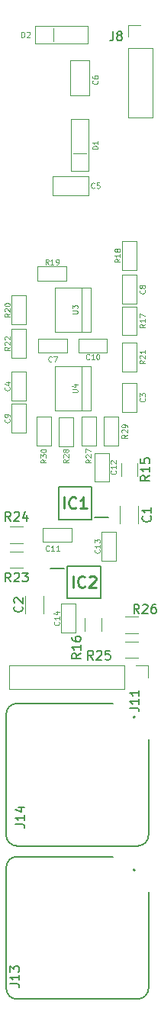
<source format=gbr>
G04 #@! TF.GenerationSoftware,KiCad,Pcbnew,(6.0.0)*
G04 #@! TF.CreationDate,2022-01-30T14:59:27+09:00*
G04 #@! TF.ProjectId,exits,65786974-732e-46b6-9963-61645f706362,2.1*
G04 #@! TF.SameCoordinates,Original*
G04 #@! TF.FileFunction,Legend,Top*
G04 #@! TF.FilePolarity,Positive*
%FSLAX46Y46*%
G04 Gerber Fmt 4.6, Leading zero omitted, Abs format (unit mm)*
G04 Created by KiCad (PCBNEW (6.0.0)) date 2022-01-30 14:59:27*
%MOMM*%
%LPD*%
G01*
G04 APERTURE LIST*
%ADD10C,0.150000*%
%ADD11C,0.100000*%
%ADD12C,0.254000*%
%ADD13C,0.120000*%
%ADD14C,0.127000*%
%ADD15C,0.200000*%
G04 APERTURE END LIST*
D10*
X140107142Y-95416666D02*
X140154761Y-95464285D01*
X140202380Y-95607142D01*
X140202380Y-95702380D01*
X140154761Y-95845238D01*
X140059523Y-95940476D01*
X139964285Y-95988095D01*
X139773809Y-96035714D01*
X139630952Y-96035714D01*
X139440476Y-95988095D01*
X139345238Y-95940476D01*
X139250000Y-95845238D01*
X139202380Y-95702380D01*
X139202380Y-95607142D01*
X139250000Y-95464285D01*
X139297619Y-95416666D01*
X140202380Y-94464285D02*
X140202380Y-95035714D01*
X140202380Y-94750000D02*
X139202380Y-94750000D01*
X139345238Y-94845238D01*
X139440476Y-94940476D01*
X139488095Y-95035714D01*
D11*
X124464285Y-81100000D02*
X124492857Y-81128571D01*
X124521428Y-81214285D01*
X124521428Y-81271428D01*
X124492857Y-81357142D01*
X124435714Y-81414285D01*
X124378571Y-81442857D01*
X124264285Y-81471428D01*
X124178571Y-81471428D01*
X124064285Y-81442857D01*
X124007142Y-81414285D01*
X123950000Y-81357142D01*
X123921428Y-81271428D01*
X123921428Y-81214285D01*
X123950000Y-81128571D01*
X123978571Y-81100000D01*
X124121428Y-80585714D02*
X124521428Y-80585714D01*
X123892857Y-80728571D02*
X124321428Y-80871428D01*
X124321428Y-80500000D01*
D10*
X125857142Y-105416666D02*
X125904761Y-105464285D01*
X125952380Y-105607142D01*
X125952380Y-105702380D01*
X125904761Y-105845238D01*
X125809523Y-105940476D01*
X125714285Y-105988095D01*
X125523809Y-106035714D01*
X125380952Y-106035714D01*
X125190476Y-105988095D01*
X125095238Y-105940476D01*
X125000000Y-105845238D01*
X124952380Y-105702380D01*
X124952380Y-105607142D01*
X125000000Y-105464285D01*
X125047619Y-105416666D01*
X125047619Y-105035714D02*
X125000000Y-104988095D01*
X124952380Y-104892857D01*
X124952380Y-104654761D01*
X125000000Y-104559523D01*
X125047619Y-104511904D01*
X125142857Y-104464285D01*
X125238095Y-104464285D01*
X125380952Y-104511904D01*
X125952380Y-105083333D01*
X125952380Y-104464285D01*
D11*
X133900000Y-58964285D02*
X133871428Y-58992857D01*
X133785714Y-59021428D01*
X133728571Y-59021428D01*
X133642857Y-58992857D01*
X133585714Y-58935714D01*
X133557142Y-58878571D01*
X133528571Y-58764285D01*
X133528571Y-58678571D01*
X133557142Y-58564285D01*
X133585714Y-58507142D01*
X133642857Y-58450000D01*
X133728571Y-58421428D01*
X133785714Y-58421428D01*
X133871428Y-58450000D01*
X133900000Y-58478571D01*
X134442857Y-58421428D02*
X134157142Y-58421428D01*
X134128571Y-58707142D01*
X134157142Y-58678571D01*
X134214285Y-58650000D01*
X134357142Y-58650000D01*
X134414285Y-58678571D01*
X134442857Y-58707142D01*
X134471428Y-58764285D01*
X134471428Y-58907142D01*
X134442857Y-58964285D01*
X134414285Y-58992857D01*
X134357142Y-59021428D01*
X134214285Y-59021428D01*
X134157142Y-58992857D01*
X134128571Y-58964285D01*
X139464285Y-82350000D02*
X139492857Y-82378571D01*
X139521428Y-82464285D01*
X139521428Y-82521428D01*
X139492857Y-82607142D01*
X139435714Y-82664285D01*
X139378571Y-82692857D01*
X139264285Y-82721428D01*
X139178571Y-82721428D01*
X139064285Y-82692857D01*
X139007142Y-82664285D01*
X138950000Y-82607142D01*
X138921428Y-82521428D01*
X138921428Y-82464285D01*
X138950000Y-82378571D01*
X138978571Y-82350000D01*
X138921428Y-82150000D02*
X138921428Y-81778571D01*
X139150000Y-81978571D01*
X139150000Y-81892857D01*
X139178571Y-81835714D01*
X139207142Y-81807142D01*
X139264285Y-81778571D01*
X139407142Y-81778571D01*
X139464285Y-81807142D01*
X139492857Y-81835714D01*
X139521428Y-81892857D01*
X139521428Y-82064285D01*
X139492857Y-82121428D01*
X139464285Y-82150000D01*
X128814285Y-67501428D02*
X128614285Y-67215714D01*
X128471428Y-67501428D02*
X128471428Y-66901428D01*
X128700000Y-66901428D01*
X128757142Y-66930000D01*
X128785714Y-66958571D01*
X128814285Y-67015714D01*
X128814285Y-67101428D01*
X128785714Y-67158571D01*
X128757142Y-67187142D01*
X128700000Y-67215714D01*
X128471428Y-67215714D01*
X129385714Y-67501428D02*
X129042857Y-67501428D01*
X129214285Y-67501428D02*
X129214285Y-66901428D01*
X129157142Y-66987142D01*
X129100000Y-67044285D01*
X129042857Y-67072857D01*
X129671428Y-67501428D02*
X129785714Y-67501428D01*
X129842857Y-67472857D01*
X129871428Y-67444285D01*
X129928571Y-67358571D01*
X129957142Y-67244285D01*
X129957142Y-67015714D01*
X129928571Y-66958571D01*
X129900000Y-66930000D01*
X129842857Y-66901428D01*
X129728571Y-66901428D01*
X129671428Y-66930000D01*
X129642857Y-66958571D01*
X129614285Y-67015714D01*
X129614285Y-67158571D01*
X129642857Y-67215714D01*
X129671428Y-67244285D01*
X129728571Y-67272857D01*
X129842857Y-67272857D01*
X129900000Y-67244285D01*
X129928571Y-67215714D01*
X129957142Y-67158571D01*
X134214285Y-47100000D02*
X134242857Y-47128571D01*
X134271428Y-47214285D01*
X134271428Y-47271428D01*
X134242857Y-47357142D01*
X134185714Y-47414285D01*
X134128571Y-47442857D01*
X134014285Y-47471428D01*
X133928571Y-47471428D01*
X133814285Y-47442857D01*
X133757142Y-47414285D01*
X133700000Y-47357142D01*
X133671428Y-47271428D01*
X133671428Y-47214285D01*
X133700000Y-47128571D01*
X133728571Y-47100000D01*
X133671428Y-46585714D02*
X133671428Y-46700000D01*
X133700000Y-46757142D01*
X133728571Y-46785714D01*
X133814285Y-46842857D01*
X133928571Y-46871428D01*
X134157142Y-46871428D01*
X134214285Y-46842857D01*
X134242857Y-46814285D01*
X134271428Y-46757142D01*
X134271428Y-46642857D01*
X134242857Y-46585714D01*
X134214285Y-46557142D01*
X134157142Y-46528571D01*
X134014285Y-46528571D01*
X133957142Y-46557142D01*
X133928571Y-46585714D01*
X133900000Y-46642857D01*
X133900000Y-46757142D01*
X133928571Y-46814285D01*
X133957142Y-46842857D01*
X134014285Y-46871428D01*
X124521428Y-72935714D02*
X124235714Y-73135714D01*
X124521428Y-73278571D02*
X123921428Y-73278571D01*
X123921428Y-73050000D01*
X123950000Y-72992857D01*
X123978571Y-72964285D01*
X124035714Y-72935714D01*
X124121428Y-72935714D01*
X124178571Y-72964285D01*
X124207142Y-72992857D01*
X124235714Y-73050000D01*
X124235714Y-73278571D01*
X123978571Y-72707142D02*
X123950000Y-72678571D01*
X123921428Y-72621428D01*
X123921428Y-72478571D01*
X123950000Y-72421428D01*
X123978571Y-72392857D01*
X124035714Y-72364285D01*
X124092857Y-72364285D01*
X124178571Y-72392857D01*
X124521428Y-72735714D01*
X124521428Y-72364285D01*
X123921428Y-71992857D02*
X123921428Y-71935714D01*
X123950000Y-71878571D01*
X123978571Y-71850000D01*
X124035714Y-71821428D01*
X124150000Y-71792857D01*
X124292857Y-71792857D01*
X124407142Y-71821428D01*
X124464285Y-71850000D01*
X124492857Y-71878571D01*
X124521428Y-71935714D01*
X124521428Y-71992857D01*
X124492857Y-72050000D01*
X124464285Y-72078571D01*
X124407142Y-72107142D01*
X124292857Y-72135714D01*
X124150000Y-72135714D01*
X124035714Y-72107142D01*
X123978571Y-72078571D01*
X123950000Y-72050000D01*
X123921428Y-71992857D01*
X124464285Y-84650000D02*
X124492857Y-84678571D01*
X124521428Y-84764285D01*
X124521428Y-84821428D01*
X124492857Y-84907142D01*
X124435714Y-84964285D01*
X124378571Y-84992857D01*
X124264285Y-85021428D01*
X124178571Y-85021428D01*
X124064285Y-84992857D01*
X124007142Y-84964285D01*
X123950000Y-84907142D01*
X123921428Y-84821428D01*
X123921428Y-84764285D01*
X123950000Y-84678571D01*
X123978571Y-84650000D01*
X124521428Y-84364285D02*
X124521428Y-84250000D01*
X124492857Y-84192857D01*
X124464285Y-84164285D01*
X124378571Y-84107142D01*
X124264285Y-84078571D01*
X124035714Y-84078571D01*
X123978571Y-84107142D01*
X123950000Y-84135714D01*
X123921428Y-84192857D01*
X123921428Y-84307142D01*
X123950000Y-84364285D01*
X123978571Y-84392857D01*
X124035714Y-84421428D01*
X124178571Y-84421428D01*
X124235714Y-84392857D01*
X124264285Y-84364285D01*
X124292857Y-84307142D01*
X124292857Y-84192857D01*
X124264285Y-84135714D01*
X124235714Y-84107142D01*
X124178571Y-84078571D01*
D10*
X132382380Y-110642857D02*
X131906190Y-110976190D01*
X132382380Y-111214285D02*
X131382380Y-111214285D01*
X131382380Y-110833333D01*
X131430000Y-110738095D01*
X131477619Y-110690476D01*
X131572857Y-110642857D01*
X131715714Y-110642857D01*
X131810952Y-110690476D01*
X131858571Y-110738095D01*
X131906190Y-110833333D01*
X131906190Y-111214285D01*
X132382380Y-109690476D02*
X132382380Y-110261904D01*
X132382380Y-109976190D02*
X131382380Y-109976190D01*
X131525238Y-110071428D01*
X131620476Y-110166666D01*
X131668095Y-110261904D01*
X131382380Y-108833333D02*
X131382380Y-109023809D01*
X131430000Y-109119047D01*
X131477619Y-109166666D01*
X131620476Y-109261904D01*
X131810952Y-109309523D01*
X132191904Y-109309523D01*
X132287142Y-109261904D01*
X132334761Y-109214285D01*
X132382380Y-109119047D01*
X132382380Y-108928571D01*
X132334761Y-108833333D01*
X132287142Y-108785714D01*
X132191904Y-108738095D01*
X131953809Y-108738095D01*
X131858571Y-108785714D01*
X131810952Y-108833333D01*
X131763333Y-108928571D01*
X131763333Y-109119047D01*
X131810952Y-109214285D01*
X131858571Y-109261904D01*
X131953809Y-109309523D01*
D11*
X124521428Y-76635714D02*
X124235714Y-76835714D01*
X124521428Y-76978571D02*
X123921428Y-76978571D01*
X123921428Y-76750000D01*
X123950000Y-76692857D01*
X123978571Y-76664285D01*
X124035714Y-76635714D01*
X124121428Y-76635714D01*
X124178571Y-76664285D01*
X124207142Y-76692857D01*
X124235714Y-76750000D01*
X124235714Y-76978571D01*
X123978571Y-76407142D02*
X123950000Y-76378571D01*
X123921428Y-76321428D01*
X123921428Y-76178571D01*
X123950000Y-76121428D01*
X123978571Y-76092857D01*
X124035714Y-76064285D01*
X124092857Y-76064285D01*
X124178571Y-76092857D01*
X124521428Y-76435714D01*
X124521428Y-76064285D01*
X123978571Y-75835714D02*
X123950000Y-75807142D01*
X123921428Y-75750000D01*
X123921428Y-75607142D01*
X123950000Y-75550000D01*
X123978571Y-75521428D01*
X124035714Y-75492857D01*
X124092857Y-75492857D01*
X124178571Y-75521428D01*
X124521428Y-75864285D01*
X124521428Y-75492857D01*
X136751428Y-66885714D02*
X136465714Y-67085714D01*
X136751428Y-67228571D02*
X136151428Y-67228571D01*
X136151428Y-67000000D01*
X136180000Y-66942857D01*
X136208571Y-66914285D01*
X136265714Y-66885714D01*
X136351428Y-66885714D01*
X136408571Y-66914285D01*
X136437142Y-66942857D01*
X136465714Y-67000000D01*
X136465714Y-67228571D01*
X136751428Y-66314285D02*
X136751428Y-66657142D01*
X136751428Y-66485714D02*
X136151428Y-66485714D01*
X136237142Y-66542857D01*
X136294285Y-66600000D01*
X136322857Y-66657142D01*
X136408571Y-65971428D02*
X136380000Y-66028571D01*
X136351428Y-66057142D01*
X136294285Y-66085714D01*
X136265714Y-66085714D01*
X136208571Y-66057142D01*
X136180000Y-66028571D01*
X136151428Y-65971428D01*
X136151428Y-65857142D01*
X136180000Y-65800000D01*
X136208571Y-65771428D01*
X136265714Y-65742857D01*
X136294285Y-65742857D01*
X136351428Y-65771428D01*
X136380000Y-65800000D01*
X136408571Y-65857142D01*
X136408571Y-65971428D01*
X136437142Y-66028571D01*
X136465714Y-66057142D01*
X136522857Y-66085714D01*
X136637142Y-66085714D01*
X136694285Y-66057142D01*
X136722857Y-66028571D01*
X136751428Y-65971428D01*
X136751428Y-65857142D01*
X136722857Y-65800000D01*
X136694285Y-65771428D01*
X136637142Y-65742857D01*
X136522857Y-65742857D01*
X136465714Y-65771428D01*
X136437142Y-65800000D01*
X136408571Y-65857142D01*
D10*
X124607142Y-102702380D02*
X124273809Y-102226190D01*
X124035714Y-102702380D02*
X124035714Y-101702380D01*
X124416666Y-101702380D01*
X124511904Y-101750000D01*
X124559523Y-101797619D01*
X124607142Y-101892857D01*
X124607142Y-102035714D01*
X124559523Y-102130952D01*
X124511904Y-102178571D01*
X124416666Y-102226190D01*
X124035714Y-102226190D01*
X124988095Y-101797619D02*
X125035714Y-101750000D01*
X125130952Y-101702380D01*
X125369047Y-101702380D01*
X125464285Y-101750000D01*
X125511904Y-101797619D01*
X125559523Y-101892857D01*
X125559523Y-101988095D01*
X125511904Y-102130952D01*
X124940476Y-102702380D01*
X125559523Y-102702380D01*
X125892857Y-101702380D02*
X126511904Y-101702380D01*
X126178571Y-102083333D01*
X126321428Y-102083333D01*
X126416666Y-102130952D01*
X126464285Y-102178571D01*
X126511904Y-102273809D01*
X126511904Y-102511904D01*
X126464285Y-102607142D01*
X126416666Y-102654761D01*
X126321428Y-102702380D01*
X126035714Y-102702380D01*
X125940476Y-102654761D01*
X125892857Y-102607142D01*
X124607142Y-95952380D02*
X124273809Y-95476190D01*
X124035714Y-95952380D02*
X124035714Y-94952380D01*
X124416666Y-94952380D01*
X124511904Y-95000000D01*
X124559523Y-95047619D01*
X124607142Y-95142857D01*
X124607142Y-95285714D01*
X124559523Y-95380952D01*
X124511904Y-95428571D01*
X124416666Y-95476190D01*
X124035714Y-95476190D01*
X124988095Y-95047619D02*
X125035714Y-95000000D01*
X125130952Y-94952380D01*
X125369047Y-94952380D01*
X125464285Y-95000000D01*
X125511904Y-95047619D01*
X125559523Y-95142857D01*
X125559523Y-95238095D01*
X125511904Y-95380952D01*
X124940476Y-95952380D01*
X125559523Y-95952380D01*
X126416666Y-95285714D02*
X126416666Y-95952380D01*
X126178571Y-94904761D02*
X125940476Y-95619047D01*
X126559523Y-95619047D01*
X135966666Y-41652380D02*
X135966666Y-42366666D01*
X135919047Y-42509523D01*
X135823809Y-42604761D01*
X135680952Y-42652380D01*
X135585714Y-42652380D01*
X136585714Y-42080952D02*
X136490476Y-42033333D01*
X136442857Y-41985714D01*
X136395238Y-41890476D01*
X136395238Y-41842857D01*
X136442857Y-41747619D01*
X136490476Y-41700000D01*
X136585714Y-41652380D01*
X136776190Y-41652380D01*
X136871428Y-41700000D01*
X136919047Y-41747619D01*
X136966666Y-41842857D01*
X136966666Y-41890476D01*
X136919047Y-41985714D01*
X136871428Y-42033333D01*
X136776190Y-42080952D01*
X136585714Y-42080952D01*
X136490476Y-42128571D01*
X136442857Y-42176190D01*
X136395238Y-42271428D01*
X136395238Y-42461904D01*
X136442857Y-42557142D01*
X136490476Y-42604761D01*
X136585714Y-42652380D01*
X136776190Y-42652380D01*
X136871428Y-42604761D01*
X136919047Y-42557142D01*
X136966666Y-42461904D01*
X136966666Y-42271428D01*
X136919047Y-42176190D01*
X136871428Y-42128571D01*
X136776190Y-42080952D01*
D11*
X139521428Y-78135714D02*
X139235714Y-78335714D01*
X139521428Y-78478571D02*
X138921428Y-78478571D01*
X138921428Y-78250000D01*
X138950000Y-78192857D01*
X138978571Y-78164285D01*
X139035714Y-78135714D01*
X139121428Y-78135714D01*
X139178571Y-78164285D01*
X139207142Y-78192857D01*
X139235714Y-78250000D01*
X139235714Y-78478571D01*
X138978571Y-77907142D02*
X138950000Y-77878571D01*
X138921428Y-77821428D01*
X138921428Y-77678571D01*
X138950000Y-77621428D01*
X138978571Y-77592857D01*
X139035714Y-77564285D01*
X139092857Y-77564285D01*
X139178571Y-77592857D01*
X139521428Y-77935714D01*
X139521428Y-77564285D01*
X139521428Y-76992857D02*
X139521428Y-77335714D01*
X139521428Y-77164285D02*
X138921428Y-77164285D01*
X139007142Y-77221428D01*
X139064285Y-77278571D01*
X139092857Y-77335714D01*
D10*
X140022380Y-90892857D02*
X139546190Y-91226190D01*
X140022380Y-91464285D02*
X139022380Y-91464285D01*
X139022380Y-91083333D01*
X139070000Y-90988095D01*
X139117619Y-90940476D01*
X139212857Y-90892857D01*
X139355714Y-90892857D01*
X139450952Y-90940476D01*
X139498571Y-90988095D01*
X139546190Y-91083333D01*
X139546190Y-91464285D01*
X140022380Y-89940476D02*
X140022380Y-90511904D01*
X140022380Y-90226190D02*
X139022380Y-90226190D01*
X139165238Y-90321428D01*
X139260476Y-90416666D01*
X139308095Y-90511904D01*
X139022380Y-89035714D02*
X139022380Y-89511904D01*
X139498571Y-89559523D01*
X139450952Y-89511904D01*
X139403333Y-89416666D01*
X139403333Y-89178571D01*
X139450952Y-89083333D01*
X139498571Y-89035714D01*
X139593809Y-88988095D01*
X139831904Y-88988095D01*
X139927142Y-89035714D01*
X139974761Y-89083333D01*
X140022380Y-89178571D01*
X140022380Y-89416666D01*
X139974761Y-89511904D01*
X139927142Y-89559523D01*
X133757142Y-111352380D02*
X133423809Y-110876190D01*
X133185714Y-111352380D02*
X133185714Y-110352380D01*
X133566666Y-110352380D01*
X133661904Y-110400000D01*
X133709523Y-110447619D01*
X133757142Y-110542857D01*
X133757142Y-110685714D01*
X133709523Y-110780952D01*
X133661904Y-110828571D01*
X133566666Y-110876190D01*
X133185714Y-110876190D01*
X134138095Y-110447619D02*
X134185714Y-110400000D01*
X134280952Y-110352380D01*
X134519047Y-110352380D01*
X134614285Y-110400000D01*
X134661904Y-110447619D01*
X134709523Y-110542857D01*
X134709523Y-110638095D01*
X134661904Y-110780952D01*
X134090476Y-111352380D01*
X134709523Y-111352380D01*
X135614285Y-110352380D02*
X135138095Y-110352380D01*
X135090476Y-110828571D01*
X135138095Y-110780952D01*
X135233333Y-110733333D01*
X135471428Y-110733333D01*
X135566666Y-110780952D01*
X135614285Y-110828571D01*
X135661904Y-110923809D01*
X135661904Y-111161904D01*
X135614285Y-111257142D01*
X135566666Y-111304761D01*
X135471428Y-111352380D01*
X135233333Y-111352380D01*
X135138095Y-111304761D01*
X135090476Y-111257142D01*
X138857142Y-106202380D02*
X138523809Y-105726190D01*
X138285714Y-106202380D02*
X138285714Y-105202380D01*
X138666666Y-105202380D01*
X138761904Y-105250000D01*
X138809523Y-105297619D01*
X138857142Y-105392857D01*
X138857142Y-105535714D01*
X138809523Y-105630952D01*
X138761904Y-105678571D01*
X138666666Y-105726190D01*
X138285714Y-105726190D01*
X139238095Y-105297619D02*
X139285714Y-105250000D01*
X139380952Y-105202380D01*
X139619047Y-105202380D01*
X139714285Y-105250000D01*
X139761904Y-105297619D01*
X139809523Y-105392857D01*
X139809523Y-105488095D01*
X139761904Y-105630952D01*
X139190476Y-106202380D01*
X139809523Y-106202380D01*
X140666666Y-105202380D02*
X140476190Y-105202380D01*
X140380952Y-105250000D01*
X140333333Y-105297619D01*
X140238095Y-105440476D01*
X140190476Y-105630952D01*
X140190476Y-106011904D01*
X140238095Y-106107142D01*
X140285714Y-106154761D01*
X140380952Y-106202380D01*
X140571428Y-106202380D01*
X140666666Y-106154761D01*
X140714285Y-106107142D01*
X140761904Y-106011904D01*
X140761904Y-105773809D01*
X140714285Y-105678571D01*
X140666666Y-105630952D01*
X140571428Y-105583333D01*
X140380952Y-105583333D01*
X140285714Y-105630952D01*
X140238095Y-105678571D01*
X140190476Y-105773809D01*
D11*
X139521428Y-74135714D02*
X139235714Y-74335714D01*
X139521428Y-74478571D02*
X138921428Y-74478571D01*
X138921428Y-74250000D01*
X138950000Y-74192857D01*
X138978571Y-74164285D01*
X139035714Y-74135714D01*
X139121428Y-74135714D01*
X139178571Y-74164285D01*
X139207142Y-74192857D01*
X139235714Y-74250000D01*
X139235714Y-74478571D01*
X139521428Y-73564285D02*
X139521428Y-73907142D01*
X139521428Y-73735714D02*
X138921428Y-73735714D01*
X139007142Y-73792857D01*
X139064285Y-73850000D01*
X139092857Y-73907142D01*
X138921428Y-73364285D02*
X138921428Y-72964285D01*
X139521428Y-73221428D01*
X133314285Y-77964285D02*
X133285714Y-77992857D01*
X133200000Y-78021428D01*
X133142857Y-78021428D01*
X133057142Y-77992857D01*
X133000000Y-77935714D01*
X132971428Y-77878571D01*
X132942857Y-77764285D01*
X132942857Y-77678571D01*
X132971428Y-77564285D01*
X133000000Y-77507142D01*
X133057142Y-77450000D01*
X133142857Y-77421428D01*
X133200000Y-77421428D01*
X133285714Y-77450000D01*
X133314285Y-77478571D01*
X133885714Y-78021428D02*
X133542857Y-78021428D01*
X133714285Y-78021428D02*
X133714285Y-77421428D01*
X133657142Y-77507142D01*
X133600000Y-77564285D01*
X133542857Y-77592857D01*
X134257142Y-77421428D02*
X134314285Y-77421428D01*
X134371428Y-77450000D01*
X134400000Y-77478571D01*
X134428571Y-77535714D01*
X134457142Y-77650000D01*
X134457142Y-77792857D01*
X134428571Y-77907142D01*
X134400000Y-77964285D01*
X134371428Y-77992857D01*
X134314285Y-78021428D01*
X134257142Y-78021428D01*
X134200000Y-77992857D01*
X134171428Y-77964285D01*
X134142857Y-77907142D01*
X134114285Y-77792857D01*
X134114285Y-77650000D01*
X134142857Y-77535714D01*
X134171428Y-77478571D01*
X134200000Y-77450000D01*
X134257142Y-77421428D01*
X129150000Y-78214285D02*
X129121428Y-78242857D01*
X129035714Y-78271428D01*
X128978571Y-78271428D01*
X128892857Y-78242857D01*
X128835714Y-78185714D01*
X128807142Y-78128571D01*
X128778571Y-78014285D01*
X128778571Y-77928571D01*
X128807142Y-77814285D01*
X128835714Y-77757142D01*
X128892857Y-77700000D01*
X128978571Y-77671428D01*
X129035714Y-77671428D01*
X129121428Y-77700000D01*
X129150000Y-77728571D01*
X129350000Y-77671428D02*
X129750000Y-77671428D01*
X129492857Y-78271428D01*
X139464285Y-70350000D02*
X139492857Y-70378571D01*
X139521428Y-70464285D01*
X139521428Y-70521428D01*
X139492857Y-70607142D01*
X139435714Y-70664285D01*
X139378571Y-70692857D01*
X139264285Y-70721428D01*
X139178571Y-70721428D01*
X139064285Y-70692857D01*
X139007142Y-70664285D01*
X138950000Y-70607142D01*
X138921428Y-70521428D01*
X138921428Y-70464285D01*
X138950000Y-70378571D01*
X138978571Y-70350000D01*
X139178571Y-70007142D02*
X139150000Y-70064285D01*
X139121428Y-70092857D01*
X139064285Y-70121428D01*
X139035714Y-70121428D01*
X138978571Y-70092857D01*
X138950000Y-70064285D01*
X138921428Y-70007142D01*
X138921428Y-69892857D01*
X138950000Y-69835714D01*
X138978571Y-69807142D01*
X139035714Y-69778571D01*
X139064285Y-69778571D01*
X139121428Y-69807142D01*
X139150000Y-69835714D01*
X139178571Y-69892857D01*
X139178571Y-70007142D01*
X139207142Y-70064285D01*
X139235714Y-70092857D01*
X139292857Y-70121428D01*
X139407142Y-70121428D01*
X139464285Y-70092857D01*
X139492857Y-70064285D01*
X139521428Y-70007142D01*
X139521428Y-69892857D01*
X139492857Y-69835714D01*
X139464285Y-69807142D01*
X139407142Y-69778571D01*
X139292857Y-69778571D01*
X139235714Y-69807142D01*
X139207142Y-69835714D01*
X139178571Y-69892857D01*
X125807142Y-42271428D02*
X125807142Y-41671428D01*
X125950000Y-41671428D01*
X126035714Y-41700000D01*
X126092857Y-41757142D01*
X126121428Y-41814285D01*
X126150000Y-41928571D01*
X126150000Y-42014285D01*
X126121428Y-42128571D01*
X126092857Y-42185714D01*
X126035714Y-42242857D01*
X125950000Y-42271428D01*
X125807142Y-42271428D01*
X126378571Y-41728571D02*
X126407142Y-41700000D01*
X126464285Y-41671428D01*
X126607142Y-41671428D01*
X126664285Y-41700000D01*
X126692857Y-41728571D01*
X126721428Y-41785714D01*
X126721428Y-41842857D01*
X126692857Y-41928571D01*
X126350000Y-42271428D01*
X126721428Y-42271428D01*
X134271428Y-54692857D02*
X133671428Y-54692857D01*
X133671428Y-54550000D01*
X133700000Y-54464285D01*
X133757142Y-54407142D01*
X133814285Y-54378571D01*
X133928571Y-54350000D01*
X134014285Y-54350000D01*
X134128571Y-54378571D01*
X134185714Y-54407142D01*
X134242857Y-54464285D01*
X134271428Y-54550000D01*
X134271428Y-54692857D01*
X134271428Y-53778571D02*
X134271428Y-54121428D01*
X134271428Y-53950000D02*
X133671428Y-53950000D01*
X133757142Y-54007142D01*
X133814285Y-54064285D01*
X133842857Y-54121428D01*
D10*
X137852380Y-116709523D02*
X138566666Y-116709523D01*
X138709523Y-116757142D01*
X138804761Y-116852380D01*
X138852380Y-116995238D01*
X138852380Y-117090476D01*
X138852380Y-115709523D02*
X138852380Y-116280952D01*
X138852380Y-115995238D02*
X137852380Y-115995238D01*
X137995238Y-116090476D01*
X138090476Y-116185714D01*
X138138095Y-116280952D01*
X138852380Y-114757142D02*
X138852380Y-115328571D01*
X138852380Y-115042857D02*
X137852380Y-115042857D01*
X137995238Y-115138095D01*
X138090476Y-115233333D01*
X138138095Y-115328571D01*
X124552380Y-147309523D02*
X125266666Y-147309523D01*
X125409523Y-147357142D01*
X125504761Y-147452380D01*
X125552380Y-147595238D01*
X125552380Y-147690476D01*
X125552380Y-146309523D02*
X125552380Y-146880952D01*
X125552380Y-146595238D02*
X124552380Y-146595238D01*
X124695238Y-146690476D01*
X124790476Y-146785714D01*
X124838095Y-146880952D01*
X124552380Y-145976190D02*
X124552380Y-145357142D01*
X124933333Y-145690476D01*
X124933333Y-145547619D01*
X124980952Y-145452380D01*
X125028571Y-145404761D01*
X125123809Y-145357142D01*
X125361904Y-145357142D01*
X125457142Y-145404761D01*
X125504761Y-145452380D01*
X125552380Y-145547619D01*
X125552380Y-145833333D01*
X125504761Y-145928571D01*
X125457142Y-145976190D01*
D12*
X131510238Y-103324523D02*
X131510238Y-102054523D01*
X132840714Y-103203571D02*
X132780238Y-103264047D01*
X132598809Y-103324523D01*
X132477857Y-103324523D01*
X132296428Y-103264047D01*
X132175476Y-103143095D01*
X132115000Y-103022142D01*
X132054523Y-102780238D01*
X132054523Y-102598809D01*
X132115000Y-102356904D01*
X132175476Y-102235952D01*
X132296428Y-102115000D01*
X132477857Y-102054523D01*
X132598809Y-102054523D01*
X132780238Y-102115000D01*
X132840714Y-102175476D01*
X133324523Y-102175476D02*
X133385000Y-102115000D01*
X133505952Y-102054523D01*
X133808333Y-102054523D01*
X133929285Y-102115000D01*
X133989761Y-102175476D01*
X134050238Y-102296428D01*
X134050238Y-102417380D01*
X133989761Y-102598809D01*
X133264047Y-103324523D01*
X134050238Y-103324523D01*
D11*
X131421428Y-72957142D02*
X131907142Y-72957142D01*
X131964285Y-72928571D01*
X131992857Y-72900000D01*
X132021428Y-72842857D01*
X132021428Y-72728571D01*
X131992857Y-72671428D01*
X131964285Y-72642857D01*
X131907142Y-72614285D01*
X131421428Y-72614285D01*
X131421428Y-72385714D02*
X131421428Y-72014285D01*
X131650000Y-72214285D01*
X131650000Y-72128571D01*
X131678571Y-72071428D01*
X131707142Y-72042857D01*
X131764285Y-72014285D01*
X131907142Y-72014285D01*
X131964285Y-72042857D01*
X131992857Y-72071428D01*
X132021428Y-72128571D01*
X132021428Y-72300000D01*
X131992857Y-72357142D01*
X131964285Y-72385714D01*
X133521428Y-89135714D02*
X133235714Y-89335714D01*
X133521428Y-89478571D02*
X132921428Y-89478571D01*
X132921428Y-89250000D01*
X132950000Y-89192857D01*
X132978571Y-89164285D01*
X133035714Y-89135714D01*
X133121428Y-89135714D01*
X133178571Y-89164285D01*
X133207142Y-89192857D01*
X133235714Y-89250000D01*
X133235714Y-89478571D01*
X132978571Y-88907142D02*
X132950000Y-88878571D01*
X132921428Y-88821428D01*
X132921428Y-88678571D01*
X132950000Y-88621428D01*
X132978571Y-88592857D01*
X133035714Y-88564285D01*
X133092857Y-88564285D01*
X133178571Y-88592857D01*
X133521428Y-88935714D01*
X133521428Y-88564285D01*
X132921428Y-88364285D02*
X132921428Y-87964285D01*
X133521428Y-88221428D01*
X131021428Y-89135714D02*
X130735714Y-89335714D01*
X131021428Y-89478571D02*
X130421428Y-89478571D01*
X130421428Y-89250000D01*
X130450000Y-89192857D01*
X130478571Y-89164285D01*
X130535714Y-89135714D01*
X130621428Y-89135714D01*
X130678571Y-89164285D01*
X130707142Y-89192857D01*
X130735714Y-89250000D01*
X130735714Y-89478571D01*
X130478571Y-88907142D02*
X130450000Y-88878571D01*
X130421428Y-88821428D01*
X130421428Y-88678571D01*
X130450000Y-88621428D01*
X130478571Y-88592857D01*
X130535714Y-88564285D01*
X130592857Y-88564285D01*
X130678571Y-88592857D01*
X131021428Y-88935714D01*
X131021428Y-88564285D01*
X130678571Y-88221428D02*
X130650000Y-88278571D01*
X130621428Y-88307142D01*
X130564285Y-88335714D01*
X130535714Y-88335714D01*
X130478571Y-88307142D01*
X130450000Y-88278571D01*
X130421428Y-88221428D01*
X130421428Y-88107142D01*
X130450000Y-88050000D01*
X130478571Y-88021428D01*
X130535714Y-87992857D01*
X130564285Y-87992857D01*
X130621428Y-88021428D01*
X130650000Y-88050000D01*
X130678571Y-88107142D01*
X130678571Y-88221428D01*
X130707142Y-88278571D01*
X130735714Y-88307142D01*
X130792857Y-88335714D01*
X130907142Y-88335714D01*
X130964285Y-88307142D01*
X130992857Y-88278571D01*
X131021428Y-88221428D01*
X131021428Y-88107142D01*
X130992857Y-88050000D01*
X130964285Y-88021428D01*
X130907142Y-87992857D01*
X130792857Y-87992857D01*
X130735714Y-88021428D01*
X130707142Y-88050000D01*
X130678571Y-88107142D01*
X134444285Y-99135714D02*
X134472857Y-99164285D01*
X134501428Y-99250000D01*
X134501428Y-99307142D01*
X134472857Y-99392857D01*
X134415714Y-99450000D01*
X134358571Y-99478571D01*
X134244285Y-99507142D01*
X134158571Y-99507142D01*
X134044285Y-99478571D01*
X133987142Y-99450000D01*
X133930000Y-99392857D01*
X133901428Y-99307142D01*
X133901428Y-99250000D01*
X133930000Y-99164285D01*
X133958571Y-99135714D01*
X134501428Y-98564285D02*
X134501428Y-98907142D01*
X134501428Y-98735714D02*
X133901428Y-98735714D01*
X133987142Y-98792857D01*
X134044285Y-98850000D01*
X134072857Y-98907142D01*
X133901428Y-98364285D02*
X133901428Y-97992857D01*
X134130000Y-98192857D01*
X134130000Y-98107142D01*
X134158571Y-98050000D01*
X134187142Y-98021428D01*
X134244285Y-97992857D01*
X134387142Y-97992857D01*
X134444285Y-98021428D01*
X134472857Y-98050000D01*
X134501428Y-98107142D01*
X134501428Y-98278571D01*
X134472857Y-98335714D01*
X134444285Y-98364285D01*
X128864285Y-99214285D02*
X128835714Y-99242857D01*
X128750000Y-99271428D01*
X128692857Y-99271428D01*
X128607142Y-99242857D01*
X128550000Y-99185714D01*
X128521428Y-99128571D01*
X128492857Y-99014285D01*
X128492857Y-98928571D01*
X128521428Y-98814285D01*
X128550000Y-98757142D01*
X128607142Y-98700000D01*
X128692857Y-98671428D01*
X128750000Y-98671428D01*
X128835714Y-98700000D01*
X128864285Y-98728571D01*
X129435714Y-99271428D02*
X129092857Y-99271428D01*
X129264285Y-99271428D02*
X129264285Y-98671428D01*
X129207142Y-98757142D01*
X129150000Y-98814285D01*
X129092857Y-98842857D01*
X130007142Y-99271428D02*
X129664285Y-99271428D01*
X129835714Y-99271428D02*
X129835714Y-98671428D01*
X129778571Y-98757142D01*
X129721428Y-98814285D01*
X129664285Y-98842857D01*
X137521428Y-86385714D02*
X137235714Y-86585714D01*
X137521428Y-86728571D02*
X136921428Y-86728571D01*
X136921428Y-86500000D01*
X136950000Y-86442857D01*
X136978571Y-86414285D01*
X137035714Y-86385714D01*
X137121428Y-86385714D01*
X137178571Y-86414285D01*
X137207142Y-86442857D01*
X137235714Y-86500000D01*
X137235714Y-86728571D01*
X136978571Y-86157142D02*
X136950000Y-86128571D01*
X136921428Y-86071428D01*
X136921428Y-85928571D01*
X136950000Y-85871428D01*
X136978571Y-85842857D01*
X137035714Y-85814285D01*
X137092857Y-85814285D01*
X137178571Y-85842857D01*
X137521428Y-86185714D01*
X137521428Y-85814285D01*
X137521428Y-85528571D02*
X137521428Y-85414285D01*
X137492857Y-85357142D01*
X137464285Y-85328571D01*
X137378571Y-85271428D01*
X137264285Y-85242857D01*
X137035714Y-85242857D01*
X136978571Y-85271428D01*
X136950000Y-85300000D01*
X136921428Y-85357142D01*
X136921428Y-85471428D01*
X136950000Y-85528571D01*
X136978571Y-85557142D01*
X137035714Y-85585714D01*
X137178571Y-85585714D01*
X137235714Y-85557142D01*
X137264285Y-85528571D01*
X137292857Y-85471428D01*
X137292857Y-85357142D01*
X137264285Y-85300000D01*
X137235714Y-85271428D01*
X137178571Y-85242857D01*
X131421428Y-81707142D02*
X131907142Y-81707142D01*
X131964285Y-81678571D01*
X131992857Y-81650000D01*
X132021428Y-81592857D01*
X132021428Y-81478571D01*
X131992857Y-81421428D01*
X131964285Y-81392857D01*
X131907142Y-81364285D01*
X131421428Y-81364285D01*
X131621428Y-80821428D02*
X132021428Y-80821428D01*
X131392857Y-80964285D02*
X131821428Y-81107142D01*
X131821428Y-80735714D01*
D12*
X130510238Y-94574523D02*
X130510238Y-93304523D01*
X131840714Y-94453571D02*
X131780238Y-94514047D01*
X131598809Y-94574523D01*
X131477857Y-94574523D01*
X131296428Y-94514047D01*
X131175476Y-94393095D01*
X131115000Y-94272142D01*
X131054523Y-94030238D01*
X131054523Y-93848809D01*
X131115000Y-93606904D01*
X131175476Y-93485952D01*
X131296428Y-93365000D01*
X131477857Y-93304523D01*
X131598809Y-93304523D01*
X131780238Y-93365000D01*
X131840714Y-93425476D01*
X133050238Y-94574523D02*
X132324523Y-94574523D01*
X132687380Y-94574523D02*
X132687380Y-93304523D01*
X132566428Y-93485952D01*
X132445476Y-93606904D01*
X132324523Y-93667380D01*
D11*
X136234285Y-90385714D02*
X136262857Y-90414285D01*
X136291428Y-90500000D01*
X136291428Y-90557142D01*
X136262857Y-90642857D01*
X136205714Y-90700000D01*
X136148571Y-90728571D01*
X136034285Y-90757142D01*
X135948571Y-90757142D01*
X135834285Y-90728571D01*
X135777142Y-90700000D01*
X135720000Y-90642857D01*
X135691428Y-90557142D01*
X135691428Y-90500000D01*
X135720000Y-90414285D01*
X135748571Y-90385714D01*
X136291428Y-89814285D02*
X136291428Y-90157142D01*
X136291428Y-89985714D02*
X135691428Y-89985714D01*
X135777142Y-90042857D01*
X135834285Y-90100000D01*
X135862857Y-90157142D01*
X135748571Y-89585714D02*
X135720000Y-89557142D01*
X135691428Y-89500000D01*
X135691428Y-89357142D01*
X135720000Y-89300000D01*
X135748571Y-89271428D01*
X135805714Y-89242857D01*
X135862857Y-89242857D01*
X135948571Y-89271428D01*
X136291428Y-89614285D01*
X136291428Y-89242857D01*
X128521428Y-89135714D02*
X128235714Y-89335714D01*
X128521428Y-89478571D02*
X127921428Y-89478571D01*
X127921428Y-89250000D01*
X127950000Y-89192857D01*
X127978571Y-89164285D01*
X128035714Y-89135714D01*
X128121428Y-89135714D01*
X128178571Y-89164285D01*
X128207142Y-89192857D01*
X128235714Y-89250000D01*
X128235714Y-89478571D01*
X127921428Y-88935714D02*
X127921428Y-88564285D01*
X128150000Y-88764285D01*
X128150000Y-88678571D01*
X128178571Y-88621428D01*
X128207142Y-88592857D01*
X128264285Y-88564285D01*
X128407142Y-88564285D01*
X128464285Y-88592857D01*
X128492857Y-88621428D01*
X128521428Y-88678571D01*
X128521428Y-88850000D01*
X128492857Y-88907142D01*
X128464285Y-88935714D01*
X127921428Y-88192857D02*
X127921428Y-88135714D01*
X127950000Y-88078571D01*
X127978571Y-88050000D01*
X128035714Y-88021428D01*
X128150000Y-87992857D01*
X128292857Y-87992857D01*
X128407142Y-88021428D01*
X128464285Y-88050000D01*
X128492857Y-88078571D01*
X128521428Y-88135714D01*
X128521428Y-88192857D01*
X128492857Y-88250000D01*
X128464285Y-88278571D01*
X128407142Y-88307142D01*
X128292857Y-88335714D01*
X128150000Y-88335714D01*
X128035714Y-88307142D01*
X127978571Y-88278571D01*
X127950000Y-88250000D01*
X127921428Y-88192857D01*
X129944285Y-107135714D02*
X129972857Y-107164285D01*
X130001428Y-107250000D01*
X130001428Y-107307142D01*
X129972857Y-107392857D01*
X129915714Y-107450000D01*
X129858571Y-107478571D01*
X129744285Y-107507142D01*
X129658571Y-107507142D01*
X129544285Y-107478571D01*
X129487142Y-107450000D01*
X129430000Y-107392857D01*
X129401428Y-107307142D01*
X129401428Y-107250000D01*
X129430000Y-107164285D01*
X129458571Y-107135714D01*
X130001428Y-106564285D02*
X130001428Y-106907142D01*
X130001428Y-106735714D02*
X129401428Y-106735714D01*
X129487142Y-106792857D01*
X129544285Y-106850000D01*
X129572857Y-106907142D01*
X129601428Y-106050000D02*
X130001428Y-106050000D01*
X129372857Y-106192857D02*
X129801428Y-106335714D01*
X129801428Y-105964285D01*
D10*
X125152380Y-129609523D02*
X125866666Y-129609523D01*
X126009523Y-129657142D01*
X126104761Y-129752380D01*
X126152380Y-129895238D01*
X126152380Y-129990476D01*
X126152380Y-128609523D02*
X126152380Y-129180952D01*
X126152380Y-128895238D02*
X125152380Y-128895238D01*
X125295238Y-128990476D01*
X125390476Y-129085714D01*
X125438095Y-129180952D01*
X125485714Y-127752380D02*
X126152380Y-127752380D01*
X125104761Y-127990476D02*
X125819047Y-128228571D01*
X125819047Y-127609523D01*
D13*
X136730000Y-94250000D02*
X136730000Y-96250000D01*
X138770000Y-96250000D02*
X138770000Y-94250000D01*
D11*
X126300000Y-82600000D02*
X124700000Y-82600000D01*
X124700000Y-79400000D02*
X126300000Y-79400000D01*
X124700000Y-82600000D02*
X124700000Y-79400000D01*
X126300000Y-79400000D02*
X126300000Y-82600000D01*
D13*
X126230000Y-104250000D02*
X126230000Y-106250000D01*
X128270000Y-106250000D02*
X128270000Y-104250000D01*
D11*
X129300000Y-57700000D02*
X133200000Y-57700000D01*
X133200000Y-57700000D02*
X133200000Y-59800000D01*
X133200000Y-59800000D02*
X129300000Y-59800000D01*
X129300000Y-59800000D02*
X129300000Y-57700000D01*
X138550000Y-80650000D02*
X138550000Y-83850000D01*
X136950000Y-83850000D02*
X136950000Y-80650000D01*
X136950000Y-80650000D02*
X138550000Y-80650000D01*
X138550000Y-83850000D02*
X136950000Y-83850000D01*
X130800000Y-69300000D02*
X127600000Y-69300000D01*
X127600000Y-67700000D02*
X130800000Y-67700000D01*
X130800000Y-67700000D02*
X130800000Y-69300000D01*
X127600000Y-69300000D02*
X127600000Y-67700000D01*
X131200000Y-48700000D02*
X131200000Y-44800000D01*
X133300000Y-44800000D02*
X133300000Y-48700000D01*
X133300000Y-48700000D02*
X131200000Y-48700000D01*
X131200000Y-44800000D02*
X133300000Y-44800000D01*
X126300000Y-70950000D02*
X126300000Y-74150000D01*
X126300000Y-74150000D02*
X124700000Y-74150000D01*
X124700000Y-70950000D02*
X126300000Y-70950000D01*
X124700000Y-74150000D02*
X124700000Y-70950000D01*
X124700000Y-86150000D02*
X124700000Y-82950000D01*
X126300000Y-82950000D02*
X126300000Y-86150000D01*
X124700000Y-82950000D02*
X126300000Y-82950000D01*
X126300000Y-86150000D02*
X124700000Y-86150000D01*
D13*
X132840000Y-108189564D02*
X132840000Y-106735436D01*
X134660000Y-108189564D02*
X134660000Y-106735436D01*
D11*
X126300000Y-74650000D02*
X126300000Y-77850000D01*
X124700000Y-74650000D02*
X126300000Y-74650000D01*
X124700000Y-77850000D02*
X124700000Y-74650000D01*
X126300000Y-77850000D02*
X124700000Y-77850000D01*
X136950000Y-64900000D02*
X138550000Y-64900000D01*
X138550000Y-68100000D02*
X136950000Y-68100000D01*
X136950000Y-68100000D02*
X136950000Y-64900000D01*
X138550000Y-64900000D02*
X138550000Y-68100000D01*
D13*
X125977064Y-101160000D02*
X124522936Y-101160000D01*
X125977064Y-99340000D02*
X124522936Y-99340000D01*
X125977064Y-98410000D02*
X124522936Y-98410000D01*
X125977064Y-96590000D02*
X124522936Y-96590000D01*
X137670000Y-42250000D02*
X137670000Y-40920000D01*
X137670000Y-43520000D02*
X140330000Y-43520000D01*
X137670000Y-51200000D02*
X140330000Y-51200000D01*
X137670000Y-40920000D02*
X139000000Y-40920000D01*
X140330000Y-43520000D02*
X140330000Y-51200000D01*
X137670000Y-43520000D02*
X137670000Y-51200000D01*
D11*
X138550000Y-76150000D02*
X138550000Y-79350000D01*
X136950000Y-79350000D02*
X136950000Y-76150000D01*
X136950000Y-76150000D02*
X138550000Y-76150000D01*
X138550000Y-79350000D02*
X136950000Y-79350000D01*
D13*
X138660000Y-89522936D02*
X138660000Y-90977064D01*
X136840000Y-89522936D02*
X136840000Y-90977064D01*
X137272936Y-109340000D02*
X138727064Y-109340000D01*
X137272936Y-111160000D02*
X138727064Y-111160000D01*
X137272936Y-106590000D02*
X138727064Y-106590000D01*
X137272936Y-108410000D02*
X138727064Y-108410000D01*
D11*
X136950000Y-72150000D02*
X138550000Y-72150000D01*
X138550000Y-72150000D02*
X138550000Y-75350000D01*
X136950000Y-75350000D02*
X136950000Y-72150000D01*
X138550000Y-75350000D02*
X136950000Y-75350000D01*
X135300000Y-77300000D02*
X132100000Y-77300000D01*
X132100000Y-75700000D02*
X135300000Y-75700000D01*
X132100000Y-77300000D02*
X132100000Y-75700000D01*
X135300000Y-75700000D02*
X135300000Y-77300000D01*
X130850000Y-77300000D02*
X127650000Y-77300000D01*
X127650000Y-75700000D02*
X130850000Y-75700000D01*
X130850000Y-75700000D02*
X130850000Y-77300000D01*
X127650000Y-77300000D02*
X127650000Y-75700000D01*
X138550000Y-68650000D02*
X138550000Y-71850000D01*
X138550000Y-71850000D02*
X136950000Y-71850000D01*
X136950000Y-71850000D02*
X136950000Y-68650000D01*
X136950000Y-68650000D02*
X138550000Y-68650000D01*
X127350000Y-43000000D02*
X127350000Y-41000000D01*
X129350000Y-41300000D02*
X129350000Y-42700000D01*
X133150000Y-41000000D02*
X133150000Y-43000000D01*
X133150000Y-43000000D02*
X127350000Y-43000000D01*
X127350000Y-41000000D02*
X133150000Y-41000000D01*
X133250000Y-57150000D02*
X131250000Y-57150000D01*
X133250000Y-51350000D02*
X133250000Y-57150000D01*
X131250000Y-51350000D02*
X133250000Y-51350000D01*
X131550000Y-55150000D02*
X132950000Y-55150000D01*
X131250000Y-57150000D02*
X131250000Y-51350000D01*
D13*
X139830000Y-111970000D02*
X139830000Y-113300000D01*
X138500000Y-111970000D02*
X139830000Y-111970000D01*
X137230000Y-111970000D02*
X124470000Y-111970000D01*
X137230000Y-114630000D02*
X124470000Y-114630000D01*
X124470000Y-111970000D02*
X124470000Y-114630000D01*
X137230000Y-111970000D02*
X137230000Y-114630000D01*
D14*
X125300000Y-133200000D02*
X135950000Y-133200000D01*
X138700000Y-149000000D02*
X125300000Y-149000000D01*
X124100000Y-147800000D02*
X124100000Y-134400000D01*
X139900000Y-137150000D02*
X139900000Y-147800000D01*
X125300000Y-133200000D02*
G75*
G03*
X124100000Y-134400000I0J-1200000D01*
G01*
X124100000Y-147800000D02*
G75*
G03*
X125300000Y-149000000I1200000J0D01*
G01*
X138700000Y-149000000D02*
G75*
G03*
X139900000Y-147800000I0J1200000D01*
G01*
D15*
X138400000Y-134700000D02*
G75*
G03*
X138400000Y-134700000I-100000J0D01*
G01*
X134600000Y-100950000D02*
X134600000Y-104550000D01*
X134600000Y-104550000D02*
X130900000Y-104550000D01*
X129025000Y-101200000D02*
X130550000Y-101200000D01*
X130900000Y-104550000D02*
X130900000Y-100950000D01*
X130900000Y-100950000D02*
X134600000Y-100950000D01*
D11*
X129500000Y-70050000D02*
X133500000Y-70050000D01*
X129500000Y-74950000D02*
X129500000Y-70050000D01*
X133500000Y-70050000D02*
X133500000Y-74950000D01*
X133500000Y-74950000D02*
X129500000Y-74950000D01*
X132500000Y-70050000D02*
X132500000Y-74950000D01*
X134050000Y-87600000D02*
X132450000Y-87600000D01*
X134050000Y-84400000D02*
X134050000Y-87600000D01*
X132450000Y-87600000D02*
X132450000Y-84400000D01*
X132450000Y-84400000D02*
X134050000Y-84400000D01*
X131550000Y-87650000D02*
X129950000Y-87650000D01*
X131550000Y-84450000D02*
X131550000Y-87650000D01*
X129950000Y-84450000D02*
X131550000Y-84450000D01*
X129950000Y-87650000D02*
X129950000Y-84450000D01*
X136300000Y-100350000D02*
X134700000Y-100350000D01*
X134700000Y-100350000D02*
X134700000Y-97150000D01*
X136300000Y-97150000D02*
X136300000Y-100350000D01*
X134700000Y-97150000D02*
X136300000Y-97150000D01*
X131350000Y-98300000D02*
X128150000Y-98300000D01*
X128150000Y-98300000D02*
X128150000Y-96700000D01*
X128150000Y-96700000D02*
X131350000Y-96700000D01*
X131350000Y-96700000D02*
X131350000Y-98300000D01*
X136550000Y-87600000D02*
X134950000Y-87600000D01*
X134950000Y-87600000D02*
X134950000Y-84400000D01*
X136550000Y-84400000D02*
X136550000Y-87600000D01*
X134950000Y-84400000D02*
X136550000Y-84400000D01*
X129500000Y-83700000D02*
X129500000Y-78800000D01*
X133500000Y-83700000D02*
X129500000Y-83700000D01*
X132500000Y-78800000D02*
X132500000Y-83700000D01*
X133500000Y-78800000D02*
X133500000Y-83700000D01*
X129500000Y-78800000D02*
X133500000Y-78800000D01*
D15*
X133600000Y-92200000D02*
X133600000Y-95800000D01*
X133600000Y-95800000D02*
X129900000Y-95800000D01*
X129900000Y-95800000D02*
X129900000Y-92200000D01*
X135475000Y-95550000D02*
X133950000Y-95550000D01*
X129900000Y-92200000D02*
X133600000Y-92200000D01*
D11*
X133950000Y-91600000D02*
X133950000Y-88400000D01*
X135550000Y-91600000D02*
X133950000Y-91600000D01*
X135550000Y-88400000D02*
X135550000Y-91600000D01*
X133950000Y-88400000D02*
X135550000Y-88400000D01*
X129050000Y-87600000D02*
X127450000Y-87600000D01*
X129050000Y-84400000D02*
X129050000Y-87600000D01*
X127450000Y-84400000D02*
X129050000Y-84400000D01*
X127450000Y-87600000D02*
X127450000Y-84400000D01*
X130200000Y-105150000D02*
X131800000Y-105150000D01*
X131800000Y-108350000D02*
X130200000Y-108350000D01*
X131800000Y-105150000D02*
X131800000Y-108350000D01*
X130200000Y-108350000D02*
X130200000Y-105150000D01*
D14*
X124100000Y-130800000D02*
X124100000Y-117400000D01*
X138700000Y-132000000D02*
X125300000Y-132000000D01*
X139900000Y-120150000D02*
X139900000Y-130800000D01*
X125300000Y-116200000D02*
X135950000Y-116200000D01*
X125300000Y-116200000D02*
G75*
G03*
X124100000Y-117400000I0J-1200000D01*
G01*
X138700000Y-132000000D02*
G75*
G03*
X139900000Y-130800000I0J1200000D01*
G01*
X124100000Y-130800000D02*
G75*
G03*
X125300000Y-132000000I1200000J0D01*
G01*
D15*
X138400000Y-117700000D02*
G75*
G03*
X138400000Y-117700000I-100000J0D01*
G01*
M02*

</source>
